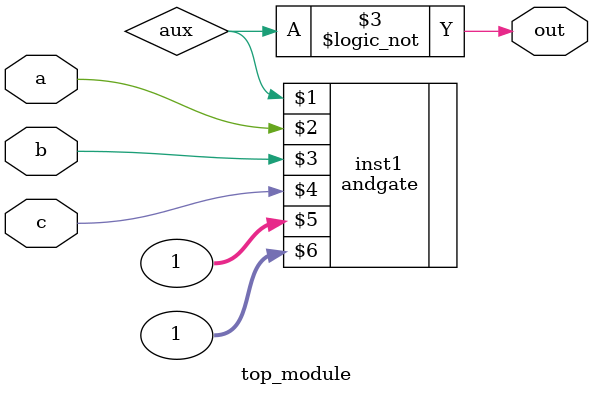
<source format=v>
module top_module (input a, input b, input c, output out);//

    wire aux;
    andgate inst1 (aux, a, b, c, 1, 1);
	assign out = !aux;
endmodule
</source>
